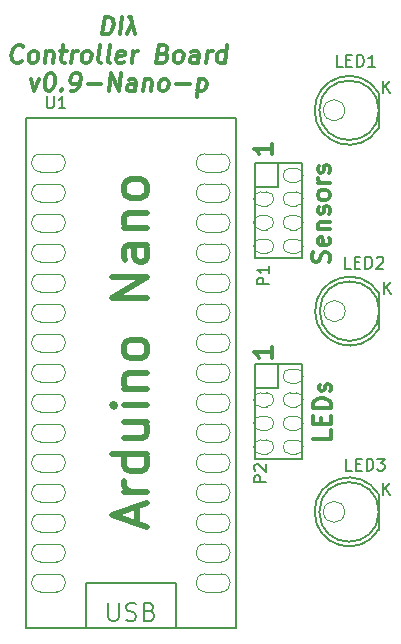
<source format=gto>
G04 #@! TF.FileFunction,Legend,Top*
%FSLAX46Y46*%
G04 Gerber Fmt 4.6, Leading zero omitted, Abs format (unit mm)*
G04 Created by KiCad (PCBNEW (2016-01-25 BZR 6514, Git a23e712)-product) date Tue 24 May 2016 06:15:30 PM CST*
%MOMM*%
G01*
G04 APERTURE LIST*
%ADD10C,0.100000*%
%ADD11C,0.300000*%
%ADD12C,0.150000*%
%ADD13C,0.500000*%
G04 APERTURE END LIST*
D10*
D11*
X26678571Y27178572D02*
X26678571Y26321429D01*
X26678571Y26750001D02*
X25178571Y26750001D01*
X25392857Y26607144D01*
X25535714Y26464286D01*
X25607143Y26321429D01*
X26678571Y44428572D02*
X26678571Y43571429D01*
X26678571Y44000001D02*
X25178571Y44000001D01*
X25392857Y43857144D01*
X25535714Y43714286D01*
X25607143Y43571429D01*
X31507143Y34392857D02*
X31578571Y34607143D01*
X31578571Y34964286D01*
X31507143Y35107143D01*
X31435714Y35178572D01*
X31292857Y35250000D01*
X31150000Y35250000D01*
X31007143Y35178572D01*
X30935714Y35107143D01*
X30864286Y34964286D01*
X30792857Y34678572D01*
X30721429Y34535714D01*
X30650000Y34464286D01*
X30507143Y34392857D01*
X30364286Y34392857D01*
X30221429Y34464286D01*
X30150000Y34535714D01*
X30078571Y34678572D01*
X30078571Y35035714D01*
X30150000Y35250000D01*
X31507143Y36464285D02*
X31578571Y36321428D01*
X31578571Y36035714D01*
X31507143Y35892857D01*
X31364286Y35821428D01*
X30792857Y35821428D01*
X30650000Y35892857D01*
X30578571Y36035714D01*
X30578571Y36321428D01*
X30650000Y36464285D01*
X30792857Y36535714D01*
X30935714Y36535714D01*
X31078571Y35821428D01*
X30578571Y37178571D02*
X31578571Y37178571D01*
X30721429Y37178571D02*
X30650000Y37249999D01*
X30578571Y37392857D01*
X30578571Y37607142D01*
X30650000Y37749999D01*
X30792857Y37821428D01*
X31578571Y37821428D01*
X31507143Y38464285D02*
X31578571Y38607142D01*
X31578571Y38892857D01*
X31507143Y39035714D01*
X31364286Y39107142D01*
X31292857Y39107142D01*
X31150000Y39035714D01*
X31078571Y38892857D01*
X31078571Y38678571D01*
X31007143Y38535714D01*
X30864286Y38464285D01*
X30792857Y38464285D01*
X30650000Y38535714D01*
X30578571Y38678571D01*
X30578571Y38892857D01*
X30650000Y39035714D01*
X31578571Y39964286D02*
X31507143Y39821428D01*
X31435714Y39750000D01*
X31292857Y39678571D01*
X30864286Y39678571D01*
X30721429Y39750000D01*
X30650000Y39821428D01*
X30578571Y39964286D01*
X30578571Y40178571D01*
X30650000Y40321428D01*
X30721429Y40392857D01*
X30864286Y40464286D01*
X31292857Y40464286D01*
X31435714Y40392857D01*
X31507143Y40321428D01*
X31578571Y40178571D01*
X31578571Y39964286D01*
X31578571Y41107143D02*
X30578571Y41107143D01*
X30864286Y41107143D02*
X30721429Y41178571D01*
X30650000Y41250000D01*
X30578571Y41392857D01*
X30578571Y41535714D01*
X31507143Y41964285D02*
X31578571Y42107142D01*
X31578571Y42392857D01*
X31507143Y42535714D01*
X31364286Y42607142D01*
X31292857Y42607142D01*
X31150000Y42535714D01*
X31078571Y42392857D01*
X31078571Y42178571D01*
X31007143Y42035714D01*
X30864286Y41964285D01*
X30792857Y41964285D01*
X30650000Y42035714D01*
X30578571Y42178571D01*
X30578571Y42392857D01*
X30650000Y42535714D01*
X31678571Y20178572D02*
X31678571Y19464286D01*
X30178571Y19464286D01*
X30892857Y20678572D02*
X30892857Y21178572D01*
X31678571Y21392858D02*
X31678571Y20678572D01*
X30178571Y20678572D01*
X30178571Y21392858D01*
X31678571Y22035715D02*
X30178571Y22035715D01*
X30178571Y22392858D01*
X30250000Y22607143D01*
X30392857Y22750001D01*
X30535714Y22821429D01*
X30821429Y22892858D01*
X31035714Y22892858D01*
X31321429Y22821429D01*
X31464286Y22750001D01*
X31607143Y22607143D01*
X31678571Y22392858D01*
X31678571Y22035715D01*
X31607143Y23464286D02*
X31678571Y23607143D01*
X31678571Y23892858D01*
X31607143Y24035715D01*
X31464286Y24107143D01*
X31392857Y24107143D01*
X31250000Y24035715D01*
X31178571Y23892858D01*
X31178571Y23678572D01*
X31107143Y23535715D01*
X30964286Y23464286D01*
X30892857Y23464286D01*
X30750000Y23535715D01*
X30678571Y23678572D01*
X30678571Y23892858D01*
X30750000Y24035715D01*
X12343751Y53671429D02*
X12531251Y55171429D01*
X12888394Y55171429D01*
X13093750Y55100000D01*
X13218751Y54957143D01*
X13272322Y54814286D01*
X13308036Y54528571D01*
X13281251Y54314286D01*
X13174107Y54028571D01*
X13084822Y53885714D01*
X12924107Y53742857D01*
X12700894Y53671429D01*
X12343751Y53671429D01*
X13843751Y53671429D02*
X14031251Y55171429D01*
X14897323Y54671429D02*
X14415180Y53671429D01*
X14602680Y55171429D02*
X14745537Y55171429D01*
X14808036Y55100000D01*
X14897323Y54671429D01*
X15129465Y53671429D01*
X5504466Y51414286D02*
X5424108Y51342857D01*
X5200894Y51271429D01*
X5058037Y51271429D01*
X4852680Y51342857D01*
X4727679Y51485714D01*
X4674108Y51628571D01*
X4638394Y51914286D01*
X4665179Y52128571D01*
X4772323Y52414286D01*
X4861608Y52557143D01*
X5022323Y52700000D01*
X5245537Y52771429D01*
X5388394Y52771429D01*
X5593751Y52700000D01*
X5656251Y52628571D01*
X6343752Y51271429D02*
X6209822Y51342857D01*
X6147323Y51414286D01*
X6093751Y51557143D01*
X6147322Y51985714D01*
X6236608Y52128571D01*
X6316965Y52200000D01*
X6468752Y52271429D01*
X6683037Y52271429D01*
X6816965Y52200000D01*
X6879465Y52128571D01*
X6933037Y51985714D01*
X6879466Y51557143D01*
X6790180Y51414286D01*
X6709822Y51342857D01*
X6558037Y51271429D01*
X6343752Y51271429D01*
X7611609Y52271429D02*
X7486609Y51271429D01*
X7593751Y52128571D02*
X7674108Y52200000D01*
X7825895Y52271429D01*
X8040180Y52271429D01*
X8174108Y52200000D01*
X8227680Y52057143D01*
X8129466Y51271429D01*
X8754466Y52271429D02*
X9325895Y52271429D01*
X9031252Y52771429D02*
X8870537Y51485714D01*
X8924108Y51342857D01*
X9058038Y51271429D01*
X9200895Y51271429D01*
X9700895Y51271429D02*
X9825895Y52271429D01*
X9790180Y51985714D02*
X9879465Y52128571D01*
X9959823Y52200000D01*
X10111609Y52271429D01*
X10254466Y52271429D01*
X10843752Y51271429D02*
X10709822Y51342857D01*
X10647323Y51414286D01*
X10593751Y51557143D01*
X10647322Y51985714D01*
X10736608Y52128571D01*
X10816965Y52200000D01*
X10968752Y52271429D01*
X11183037Y52271429D01*
X11316965Y52200000D01*
X11379465Y52128571D01*
X11433037Y51985714D01*
X11379466Y51557143D01*
X11290180Y51414286D01*
X11209822Y51342857D01*
X11058037Y51271429D01*
X10843752Y51271429D01*
X12200895Y51271429D02*
X12066965Y51342857D01*
X12013394Y51485714D01*
X12174109Y52771429D01*
X12986609Y51271429D02*
X12852679Y51342857D01*
X12799108Y51485714D01*
X12959823Y52771429D01*
X14138393Y51342857D02*
X13986608Y51271429D01*
X13700894Y51271429D01*
X13566965Y51342857D01*
X13513393Y51485714D01*
X13584822Y52057143D01*
X13674108Y52200000D01*
X13825894Y52271429D01*
X14111608Y52271429D01*
X14245536Y52200000D01*
X14299108Y52057143D01*
X14281251Y51914286D01*
X13549108Y51771429D01*
X14843751Y51271429D02*
X14968751Y52271429D01*
X14933036Y51985714D02*
X15022321Y52128571D01*
X15102679Y52200000D01*
X15254465Y52271429D01*
X15397322Y52271429D01*
X17513393Y52057143D02*
X17718750Y51985714D01*
X17781250Y51914286D01*
X17834822Y51771429D01*
X17808036Y51557143D01*
X17718750Y51414286D01*
X17638393Y51342857D01*
X17486607Y51271429D01*
X16915179Y51271429D01*
X17102679Y52771429D01*
X17602679Y52771429D01*
X17736607Y52700000D01*
X17799107Y52628571D01*
X17852678Y52485714D01*
X17834821Y52342857D01*
X17745536Y52200000D01*
X17665178Y52128571D01*
X17513393Y52057143D01*
X17013393Y52057143D01*
X18629465Y51271429D02*
X18495535Y51342857D01*
X18433036Y51414286D01*
X18379464Y51557143D01*
X18433035Y51985714D01*
X18522321Y52128571D01*
X18602678Y52200000D01*
X18754465Y52271429D01*
X18968750Y52271429D01*
X19102678Y52200000D01*
X19165178Y52128571D01*
X19218750Y51985714D01*
X19165179Y51557143D01*
X19075893Y51414286D01*
X18995535Y51342857D01*
X18843750Y51271429D01*
X18629465Y51271429D01*
X20415179Y51271429D02*
X20513393Y52057143D01*
X20459821Y52200000D01*
X20325893Y52271429D01*
X20040179Y52271429D01*
X19888393Y52200000D01*
X20424107Y51342857D02*
X20272322Y51271429D01*
X19915179Y51271429D01*
X19781250Y51342857D01*
X19727678Y51485714D01*
X19745535Y51628571D01*
X19834822Y51771429D01*
X19986607Y51842857D01*
X20343750Y51842857D01*
X20495536Y51914286D01*
X21129465Y51271429D02*
X21254465Y52271429D01*
X21218750Y51985714D02*
X21308035Y52128571D01*
X21388393Y52200000D01*
X21540179Y52271429D01*
X21683036Y52271429D01*
X22700893Y51271429D02*
X22888393Y52771429D01*
X22709821Y51342857D02*
X22558036Y51271429D01*
X22272322Y51271429D01*
X22138392Y51342857D01*
X22075893Y51414286D01*
X22022321Y51557143D01*
X22075892Y51985714D01*
X22165178Y52128571D01*
X22245535Y52200000D01*
X22397322Y52271429D01*
X22683036Y52271429D01*
X22816964Y52200000D01*
X6290179Y49871429D02*
X6522322Y48871429D01*
X7004464Y49871429D01*
X7924107Y50371429D02*
X8066964Y50371429D01*
X8200892Y50300000D01*
X8263392Y50228571D01*
X8316964Y50085714D01*
X8352678Y49800000D01*
X8308035Y49442857D01*
X8200893Y49157143D01*
X8111607Y49014286D01*
X8031249Y48942857D01*
X7879464Y48871429D01*
X7736607Y48871429D01*
X7602678Y48942857D01*
X7540178Y49014286D01*
X7486607Y49157143D01*
X7450892Y49442857D01*
X7495535Y49800000D01*
X7602678Y50085714D01*
X7691963Y50228571D01*
X7772321Y50300000D01*
X7924107Y50371429D01*
X8897321Y49014286D02*
X8959820Y48942857D01*
X8879464Y48871429D01*
X8816963Y48942857D01*
X8897321Y49014286D01*
X8879464Y48871429D01*
X9665178Y48871429D02*
X9950893Y48871429D01*
X10102678Y48942857D01*
X10183035Y49014286D01*
X10352678Y49228571D01*
X10459821Y49514286D01*
X10531249Y50085714D01*
X10477678Y50228571D01*
X10415178Y50300000D01*
X10281250Y50371429D01*
X9995536Y50371429D01*
X9843749Y50300000D01*
X9763392Y50228571D01*
X9674106Y50085714D01*
X9629463Y49728571D01*
X9683035Y49585714D01*
X9745535Y49514286D01*
X9879464Y49442857D01*
X10165178Y49442857D01*
X10316964Y49514286D01*
X10397321Y49585714D01*
X10486606Y49728571D01*
X11093749Y49442857D02*
X12236606Y49442857D01*
X12879464Y48871429D02*
X13066964Y50371429D01*
X13736607Y48871429D01*
X13924107Y50371429D01*
X15093750Y48871429D02*
X15191964Y49657143D01*
X15138392Y49800000D01*
X15004464Y49871429D01*
X14718750Y49871429D01*
X14566964Y49800000D01*
X15102678Y48942857D02*
X14950893Y48871429D01*
X14593750Y48871429D01*
X14459821Y48942857D01*
X14406249Y49085714D01*
X14424106Y49228571D01*
X14513393Y49371429D01*
X14665178Y49442857D01*
X15022321Y49442857D01*
X15174107Y49514286D01*
X15933036Y49871429D02*
X15808036Y48871429D01*
X15915178Y49728571D02*
X15995535Y49800000D01*
X16147322Y49871429D01*
X16361607Y49871429D01*
X16495535Y49800000D01*
X16549107Y49657143D01*
X16450893Y48871429D01*
X17379465Y48871429D02*
X17245535Y48942857D01*
X17183036Y49014286D01*
X17129464Y49157143D01*
X17183035Y49585714D01*
X17272321Y49728571D01*
X17352678Y49800000D01*
X17504465Y49871429D01*
X17718750Y49871429D01*
X17852678Y49800000D01*
X17915178Y49728571D01*
X17968750Y49585714D01*
X17915179Y49157143D01*
X17825893Y49014286D01*
X17745535Y48942857D01*
X17593750Y48871429D01*
X17379465Y48871429D01*
X18593750Y49442857D02*
X19736607Y49442857D01*
X20504465Y49871429D02*
X20316965Y48371429D01*
X20495536Y49800000D02*
X20647322Y49871429D01*
X20933036Y49871429D01*
X21066964Y49800000D01*
X21129464Y49728571D01*
X21183036Y49585714D01*
X21129465Y49157143D01*
X21040179Y49014286D01*
X20959821Y48942857D01*
X20808036Y48871429D01*
X20522322Y48871429D01*
X20388393Y48942857D01*
D12*
X10940000Y3440000D02*
X10940000Y7250000D01*
X10940000Y7250000D02*
X18560000Y7250000D01*
X18560000Y7250000D02*
X18560000Y3440000D01*
X5860000Y46620000D02*
X23640000Y46620000D01*
X23640000Y46620000D02*
X23640000Y3440000D01*
X23640000Y3440000D02*
X5860000Y3440000D01*
X5860000Y3440000D02*
X5860000Y46620000D01*
X35714888Y48774904D02*
G75*
G03X35730000Y45750000I-2484888J-1524904D01*
G01*
X35730000Y48750000D02*
X35730000Y45750000D01*
X35747936Y47250000D02*
G75*
G03X35747936Y47250000I-2517936J0D01*
G01*
X35754888Y31774904D02*
G75*
G03X35770000Y28750000I-2484888J-1524904D01*
G01*
X35770000Y31750000D02*
X35770000Y28750000D01*
X35787936Y30250000D02*
G75*
G03X35787936Y30250000I-2517936J0D01*
G01*
X35714888Y14774904D02*
G75*
G03X35730000Y11750000I-2484888J-1524904D01*
G01*
X35730000Y14750000D02*
X35730000Y11750000D01*
X35747936Y13250000D02*
G75*
G03X35747936Y13250000I-2517936J0D01*
G01*
X27250000Y42750000D02*
X27250000Y40750000D01*
X29250000Y34750000D02*
X25250000Y34750000D01*
X25250000Y34750000D02*
X25250000Y42750000D01*
X29250000Y42750000D02*
X29250000Y34750000D01*
X25250000Y42750000D02*
X29250000Y42750000D01*
X27250000Y40750000D02*
X25250000Y40750000D01*
X27250000Y25750000D02*
X27250000Y23750000D01*
X29250000Y17750000D02*
X25250000Y17750000D01*
X25250000Y17750000D02*
X25250000Y25750000D01*
X29250000Y25750000D02*
X29250000Y17750000D01*
X25250000Y25750000D02*
X29250000Y25750000D01*
X27250000Y23750000D02*
X25250000Y23750000D01*
D10*
X7080000Y42060000D02*
X8480000Y42060000D01*
X7080000Y43560000D02*
X8480000Y43560000D01*
X8480000Y42060000D02*
G75*
G03X8480000Y43560000I0J750000D01*
G01*
X7080000Y43560000D02*
G75*
G03X7080000Y42060000I0J-750000D01*
G01*
X7080000Y39520000D02*
X8480000Y39520000D01*
X7080000Y41020000D02*
X8480000Y41020000D01*
X8480000Y39520000D02*
G75*
G03X8480000Y41020000I0J750000D01*
G01*
X7080000Y41020000D02*
G75*
G03X7080000Y39520000I0J-750000D01*
G01*
X7080000Y36980000D02*
X8480000Y36980000D01*
X7080000Y38480000D02*
X8480000Y38480000D01*
X8480000Y36980000D02*
G75*
G03X8480000Y38480000I0J750000D01*
G01*
X7080000Y38480000D02*
G75*
G03X7080000Y36980000I0J-750000D01*
G01*
X7080000Y34440000D02*
X8480000Y34440000D01*
X7080000Y35940000D02*
X8480000Y35940000D01*
X8480000Y34440000D02*
G75*
G03X8480000Y35940000I0J750000D01*
G01*
X7080000Y35940000D02*
G75*
G03X7080000Y34440000I0J-750000D01*
G01*
X7080000Y31900000D02*
X8480000Y31900000D01*
X7080000Y33400000D02*
X8480000Y33400000D01*
X8480000Y31900000D02*
G75*
G03X8480000Y33400000I0J750000D01*
G01*
X7080000Y33400000D02*
G75*
G03X7080000Y31900000I0J-750000D01*
G01*
X7080000Y29360000D02*
X8480000Y29360000D01*
X7080000Y30860000D02*
X8480000Y30860000D01*
X8480000Y29360000D02*
G75*
G03X8480000Y30860000I0J750000D01*
G01*
X7080000Y30860000D02*
G75*
G03X7080000Y29360000I0J-750000D01*
G01*
X7080000Y26820000D02*
X8480000Y26820000D01*
X7080000Y28320000D02*
X8480000Y28320000D01*
X8480000Y26820000D02*
G75*
G03X8480000Y28320000I0J750000D01*
G01*
X7080000Y28320000D02*
G75*
G03X7080000Y26820000I0J-750000D01*
G01*
X7080000Y24280000D02*
X8480000Y24280000D01*
X7080000Y25780000D02*
X8480000Y25780000D01*
X8480000Y24280000D02*
G75*
G03X8480000Y25780000I0J750000D01*
G01*
X7080000Y25780000D02*
G75*
G03X7080000Y24280000I0J-750000D01*
G01*
X7080000Y21740000D02*
X8480000Y21740000D01*
X7080000Y23240000D02*
X8480000Y23240000D01*
X8480000Y21740000D02*
G75*
G03X8480000Y23240000I0J750000D01*
G01*
X7080000Y23240000D02*
G75*
G03X7080000Y21740000I0J-750000D01*
G01*
X7080000Y19200000D02*
X8480000Y19200000D01*
X7080000Y20700000D02*
X8480000Y20700000D01*
X8480000Y19200000D02*
G75*
G03X8480000Y20700000I0J750000D01*
G01*
X7080000Y20700000D02*
G75*
G03X7080000Y19200000I0J-750000D01*
G01*
X7080000Y16660000D02*
X8480000Y16660000D01*
X7080000Y18160000D02*
X8480000Y18160000D01*
X8480000Y16660000D02*
G75*
G03X8480000Y18160000I0J750000D01*
G01*
X7080000Y18160000D02*
G75*
G03X7080000Y16660000I0J-750000D01*
G01*
X7080000Y14120000D02*
X8480000Y14120000D01*
X7080000Y15620000D02*
X8480000Y15620000D01*
X8480000Y14120000D02*
G75*
G03X8480000Y15620000I0J750000D01*
G01*
X7080000Y15620000D02*
G75*
G03X7080000Y14120000I0J-750000D01*
G01*
X7080000Y11580000D02*
X8480000Y11580000D01*
X7080000Y13080000D02*
X8480000Y13080000D01*
X8480000Y11580000D02*
G75*
G03X8480000Y13080000I0J750000D01*
G01*
X7080000Y13080000D02*
G75*
G03X7080000Y11580000I0J-750000D01*
G01*
X7080000Y9040000D02*
X8480000Y9040000D01*
X7080000Y10540000D02*
X8480000Y10540000D01*
X8480000Y9040000D02*
G75*
G03X8480000Y10540000I0J750000D01*
G01*
X7080000Y10540000D02*
G75*
G03X7080000Y9040000I0J-750000D01*
G01*
X7080000Y6500000D02*
X8480000Y6500000D01*
X7080000Y8000000D02*
X8480000Y8000000D01*
X8480000Y6500000D02*
G75*
G03X8480000Y8000000I0J750000D01*
G01*
X7080000Y8000000D02*
G75*
G03X7080000Y6500000I0J-750000D01*
G01*
X21020000Y6500000D02*
X22420000Y6500000D01*
X21020000Y8000000D02*
X22420000Y8000000D01*
X22420000Y6500000D02*
G75*
G03X22420000Y8000000I0J750000D01*
G01*
X21020000Y8000000D02*
G75*
G03X21020000Y6500000I0J-750000D01*
G01*
X21020000Y9040000D02*
X22420000Y9040000D01*
X21020000Y10540000D02*
X22420000Y10540000D01*
X22420000Y9040000D02*
G75*
G03X22420000Y10540000I0J750000D01*
G01*
X21020000Y10540000D02*
G75*
G03X21020000Y9040000I0J-750000D01*
G01*
X21020000Y11580000D02*
X22420000Y11580000D01*
X21020000Y13080000D02*
X22420000Y13080000D01*
X22420000Y11580000D02*
G75*
G03X22420000Y13080000I0J750000D01*
G01*
X21020000Y13080000D02*
G75*
G03X21020000Y11580000I0J-750000D01*
G01*
X21020000Y14120000D02*
X22420000Y14120000D01*
X21020000Y15620000D02*
X22420000Y15620000D01*
X22420000Y14120000D02*
G75*
G03X22420000Y15620000I0J750000D01*
G01*
X21020000Y15620000D02*
G75*
G03X21020000Y14120000I0J-750000D01*
G01*
X21020000Y16660000D02*
X22420000Y16660000D01*
X21020000Y18160000D02*
X22420000Y18160000D01*
X22420000Y16660000D02*
G75*
G03X22420000Y18160000I0J750000D01*
G01*
X21020000Y18160000D02*
G75*
G03X21020000Y16660000I0J-750000D01*
G01*
X21020000Y19200000D02*
X22420000Y19200000D01*
X21020000Y20700000D02*
X22420000Y20700000D01*
X22420000Y19200000D02*
G75*
G03X22420000Y20700000I0J750000D01*
G01*
X21020000Y20700000D02*
G75*
G03X21020000Y19200000I0J-750000D01*
G01*
X21020000Y21740000D02*
X22420000Y21740000D01*
X21020000Y23240000D02*
X22420000Y23240000D01*
X22420000Y21740000D02*
G75*
G03X22420000Y23240000I0J750000D01*
G01*
X21020000Y23240000D02*
G75*
G03X21020000Y21740000I0J-750000D01*
G01*
X21020000Y24280000D02*
X22420000Y24280000D01*
X21020000Y25780000D02*
X22420000Y25780000D01*
X22420000Y24280000D02*
G75*
G03X22420000Y25780000I0J750000D01*
G01*
X21020000Y25780000D02*
G75*
G03X21020000Y24280000I0J-750000D01*
G01*
X21020000Y26820000D02*
X22420000Y26820000D01*
X21020000Y28320000D02*
X22420000Y28320000D01*
X22420000Y26820000D02*
G75*
G03X22420000Y28320000I0J750000D01*
G01*
X21020000Y28320000D02*
G75*
G03X21020000Y26820000I0J-750000D01*
G01*
X21020000Y29360000D02*
X22420000Y29360000D01*
X21020000Y30860000D02*
X22420000Y30860000D01*
X22420000Y29360000D02*
G75*
G03X22420000Y30860000I0J750000D01*
G01*
X21020000Y30860000D02*
G75*
G03X21020000Y29360000I0J-750000D01*
G01*
X21020000Y31900000D02*
X22420000Y31900000D01*
X21020000Y33400000D02*
X22420000Y33400000D01*
X22420000Y31900000D02*
G75*
G03X22420000Y33400000I0J750000D01*
G01*
X21020000Y33400000D02*
G75*
G03X21020000Y31900000I0J-750000D01*
G01*
X21020000Y34440000D02*
X22420000Y34440000D01*
X21020000Y35940000D02*
X22420000Y35940000D01*
X22420000Y34440000D02*
G75*
G03X22420000Y35940000I0J750000D01*
G01*
X21020000Y35940000D02*
G75*
G03X21020000Y34440000I0J-750000D01*
G01*
X21020000Y36980000D02*
X22420000Y36980000D01*
X21020000Y38480000D02*
X22420000Y38480000D01*
X22420000Y36980000D02*
G75*
G03X22420000Y38480000I0J750000D01*
G01*
X21020000Y38480000D02*
G75*
G03X21020000Y36980000I0J-750000D01*
G01*
X21020000Y39520000D02*
X22420000Y39520000D01*
X21020000Y41020000D02*
X22420000Y41020000D01*
X22420000Y39520000D02*
G75*
G03X22420000Y41020000I0J750000D01*
G01*
X21020000Y41020000D02*
G75*
G03X21020000Y39520000I0J-750000D01*
G01*
X21020000Y42060000D02*
X22420000Y42060000D01*
X21020000Y43560000D02*
X22420000Y43560000D01*
X22420000Y42060000D02*
G75*
G03X22420000Y43560000I0J750000D01*
G01*
X21020000Y43560000D02*
G75*
G03X21020000Y42060000I0J-750000D01*
G01*
X32860000Y47250000D02*
G75*
G03X32860000Y47250000I-900000J0D01*
G01*
X32900000Y30250000D02*
G75*
G03X32900000Y30250000I-900000J0D01*
G01*
X32860000Y13250000D02*
G75*
G03X32860000Y13250000I-900000J0D01*
G01*
X28750000Y42350000D02*
X28250000Y42350000D01*
X28750000Y41150000D02*
X28250000Y41150000D01*
X28250000Y42350000D02*
G75*
G03X28250000Y41150000I0J-600000D01*
G01*
X28750000Y41150000D02*
G75*
G03X28750000Y42350000I0J600000D01*
G01*
X26250000Y40350000D02*
X25750000Y40350000D01*
X26250000Y39150000D02*
X25750000Y39150000D01*
X25750000Y40350000D02*
G75*
G03X25750000Y39150000I0J-600000D01*
G01*
X26250000Y39150000D02*
G75*
G03X26250000Y40350000I0J600000D01*
G01*
X28750000Y40350000D02*
X28250000Y40350000D01*
X28750000Y39150000D02*
X28250000Y39150000D01*
X28250000Y40350000D02*
G75*
G03X28250000Y39150000I0J-600000D01*
G01*
X28750000Y39150000D02*
G75*
G03X28750000Y40350000I0J600000D01*
G01*
X26250000Y38350000D02*
X25750000Y38350000D01*
X26250000Y37150000D02*
X25750000Y37150000D01*
X25750000Y38350000D02*
G75*
G03X25750000Y37150000I0J-600000D01*
G01*
X26250000Y37150000D02*
G75*
G03X26250000Y38350000I0J600000D01*
G01*
X28750000Y38350000D02*
X28250000Y38350000D01*
X28750000Y37150000D02*
X28250000Y37150000D01*
X28250000Y38350000D02*
G75*
G03X28250000Y37150000I0J-600000D01*
G01*
X28750000Y37150000D02*
G75*
G03X28750000Y38350000I0J600000D01*
G01*
X26250000Y36350000D02*
X25750000Y36350000D01*
X26250000Y35150000D02*
X25750000Y35150000D01*
X25750000Y36350000D02*
G75*
G03X25750000Y35150000I0J-600000D01*
G01*
X26250000Y35150000D02*
G75*
G03X26250000Y36350000I0J600000D01*
G01*
X28750000Y36350000D02*
X28250000Y36350000D01*
X28750000Y35150000D02*
X28250000Y35150000D01*
X28250000Y36350000D02*
G75*
G03X28250000Y35150000I0J-600000D01*
G01*
X28750000Y35150000D02*
G75*
G03X28750000Y36350000I0J600000D01*
G01*
X28750000Y25350000D02*
X28250000Y25350000D01*
X28750000Y24150000D02*
X28250000Y24150000D01*
X28250000Y25350000D02*
G75*
G03X28250000Y24150000I0J-600000D01*
G01*
X28750000Y24150000D02*
G75*
G03X28750000Y25350000I0J600000D01*
G01*
X26250000Y23350000D02*
X25750000Y23350000D01*
X26250000Y22150000D02*
X25750000Y22150000D01*
X25750000Y23350000D02*
G75*
G03X25750000Y22150000I0J-600000D01*
G01*
X26250000Y22150000D02*
G75*
G03X26250000Y23350000I0J600000D01*
G01*
X28750000Y23350000D02*
X28250000Y23350000D01*
X28750000Y22150000D02*
X28250000Y22150000D01*
X28250000Y23350000D02*
G75*
G03X28250000Y22150000I0J-600000D01*
G01*
X28750000Y22150000D02*
G75*
G03X28750000Y23350000I0J600000D01*
G01*
X26250000Y21350000D02*
X25750000Y21350000D01*
X26250000Y20150000D02*
X25750000Y20150000D01*
X25750000Y21350000D02*
G75*
G03X25750000Y20150000I0J-600000D01*
G01*
X26250000Y20150000D02*
G75*
G03X26250000Y21350000I0J600000D01*
G01*
X28750000Y21350000D02*
X28250000Y21350000D01*
X28750000Y20150000D02*
X28250000Y20150000D01*
X28250000Y21350000D02*
G75*
G03X28250000Y20150000I0J-600000D01*
G01*
X28750000Y20150000D02*
G75*
G03X28750000Y21350000I0J600000D01*
G01*
X26250000Y19350000D02*
X25750000Y19350000D01*
X26250000Y18150000D02*
X25750000Y18150000D01*
X25750000Y19350000D02*
G75*
G03X25750000Y18150000I0J-600000D01*
G01*
X26250000Y18150000D02*
G75*
G03X26250000Y19350000I0J600000D01*
G01*
X28750000Y19350000D02*
X28250000Y19350000D01*
X28750000Y18150000D02*
X28250000Y18150000D01*
X28250000Y19350000D02*
G75*
G03X28250000Y18150000I0J-600000D01*
G01*
X28750000Y18150000D02*
G75*
G03X28750000Y19350000I0J600000D01*
G01*
D12*
X7638095Y48437619D02*
X7638095Y47628095D01*
X7685714Y47532857D01*
X7733333Y47485238D01*
X7828571Y47437619D01*
X8019048Y47437619D01*
X8114286Y47485238D01*
X8161905Y47532857D01*
X8209524Y47628095D01*
X8209524Y48437619D01*
X9209524Y47437619D02*
X8638095Y47437619D01*
X8923809Y47437619D02*
X8923809Y48437619D01*
X8828571Y48294762D01*
X8733333Y48199524D01*
X8638095Y48151905D01*
D13*
X15300000Y12258571D02*
X15300000Y13687142D01*
X16157143Y11972856D02*
X13157143Y12972856D01*
X16157143Y13972856D01*
X16157143Y14972857D02*
X14157143Y14972857D01*
X14728571Y14972857D02*
X14442857Y15115714D01*
X14300000Y15258571D01*
X14157143Y15544285D01*
X14157143Y15830000D01*
X16157143Y18115714D02*
X13157143Y18115714D01*
X16014286Y18115714D02*
X16157143Y17830000D01*
X16157143Y17258571D01*
X16014286Y16972857D01*
X15871429Y16830000D01*
X15585714Y16687143D01*
X14728571Y16687143D01*
X14442857Y16830000D01*
X14300000Y16972857D01*
X14157143Y17258571D01*
X14157143Y17830000D01*
X14300000Y18115714D01*
X14157143Y20830000D02*
X16157143Y20830000D01*
X14157143Y19544286D02*
X15728571Y19544286D01*
X16014286Y19687143D01*
X16157143Y19972857D01*
X16157143Y20401429D01*
X16014286Y20687143D01*
X15871429Y20830000D01*
X16157143Y22258572D02*
X14157143Y22258572D01*
X13157143Y22258572D02*
X13300000Y22115715D01*
X13442857Y22258572D01*
X13300000Y22401429D01*
X13157143Y22258572D01*
X13442857Y22258572D01*
X14157143Y23687143D02*
X16157143Y23687143D01*
X14442857Y23687143D02*
X14300000Y23830000D01*
X14157143Y24115714D01*
X14157143Y24544286D01*
X14300000Y24830000D01*
X14585714Y24972857D01*
X16157143Y24972857D01*
X16157143Y26830000D02*
X16014286Y26544286D01*
X15871429Y26401429D01*
X15585714Y26258572D01*
X14728571Y26258572D01*
X14442857Y26401429D01*
X14300000Y26544286D01*
X14157143Y26830000D01*
X14157143Y27258572D01*
X14300000Y27544286D01*
X14442857Y27687143D01*
X14728571Y27830000D01*
X15585714Y27830000D01*
X15871429Y27687143D01*
X16014286Y27544286D01*
X16157143Y27258572D01*
X16157143Y26830000D01*
X16157143Y31401429D02*
X13157143Y31401429D01*
X16157143Y33115714D01*
X13157143Y33115714D01*
X16157143Y35830000D02*
X14585714Y35830000D01*
X14300000Y35687143D01*
X14157143Y35401429D01*
X14157143Y34830000D01*
X14300000Y34544286D01*
X16014286Y35830000D02*
X16157143Y35544286D01*
X16157143Y34830000D01*
X16014286Y34544286D01*
X15728571Y34401429D01*
X15442857Y34401429D01*
X15157143Y34544286D01*
X15014286Y34830000D01*
X15014286Y35544286D01*
X14871429Y35830000D01*
X14157143Y37258572D02*
X16157143Y37258572D01*
X14442857Y37258572D02*
X14300000Y37401429D01*
X14157143Y37687143D01*
X14157143Y38115715D01*
X14300000Y38401429D01*
X14585714Y38544286D01*
X16157143Y38544286D01*
X16157143Y40401429D02*
X16014286Y40115715D01*
X15871429Y39972858D01*
X15585714Y39830001D01*
X14728571Y39830001D01*
X14442857Y39972858D01*
X14300000Y40115715D01*
X14157143Y40401429D01*
X14157143Y40830001D01*
X14300000Y41115715D01*
X14442857Y41258572D01*
X14728571Y41401429D01*
X15585714Y41401429D01*
X15871429Y41258572D01*
X16014286Y41115715D01*
X16157143Y40830001D01*
X16157143Y40401429D01*
D12*
X12857143Y5531429D02*
X12857143Y4317143D01*
X12928571Y4174286D01*
X13000000Y4102857D01*
X13142857Y4031429D01*
X13428571Y4031429D01*
X13571429Y4102857D01*
X13642857Y4174286D01*
X13714286Y4317143D01*
X13714286Y5531429D01*
X14357143Y4102857D02*
X14571429Y4031429D01*
X14928572Y4031429D01*
X15071429Y4102857D01*
X15142858Y4174286D01*
X15214286Y4317143D01*
X15214286Y4460000D01*
X15142858Y4602857D01*
X15071429Y4674286D01*
X14928572Y4745714D01*
X14642858Y4817143D01*
X14500000Y4888571D01*
X14428572Y4960000D01*
X14357143Y5102857D01*
X14357143Y5245714D01*
X14428572Y5388571D01*
X14500000Y5460000D01*
X14642858Y5531429D01*
X15000000Y5531429D01*
X15214286Y5460000D01*
X16357143Y4817143D02*
X16571429Y4745714D01*
X16642857Y4674286D01*
X16714286Y4531429D01*
X16714286Y4317143D01*
X16642857Y4174286D01*
X16571429Y4102857D01*
X16428571Y4031429D01*
X15857143Y4031429D01*
X15857143Y5531429D01*
X16357143Y5531429D01*
X16500000Y5460000D01*
X16571429Y5388571D01*
X16642857Y5245714D01*
X16642857Y5102857D01*
X16571429Y4960000D01*
X16500000Y4888571D01*
X16357143Y4817143D01*
X15857143Y4817143D01*
X32680953Y50947619D02*
X32204762Y50947619D01*
X32204762Y51947619D01*
X33014286Y51471429D02*
X33347620Y51471429D01*
X33490477Y50947619D02*
X33014286Y50947619D01*
X33014286Y51947619D01*
X33490477Y51947619D01*
X33919048Y50947619D02*
X33919048Y51947619D01*
X34157143Y51947619D01*
X34300001Y51900000D01*
X34395239Y51804762D01*
X34442858Y51709524D01*
X34490477Y51519048D01*
X34490477Y51376190D01*
X34442858Y51185714D01*
X34395239Y51090476D01*
X34300001Y50995238D01*
X34157143Y50947619D01*
X33919048Y50947619D01*
X35442858Y50947619D02*
X34871429Y50947619D01*
X35157143Y50947619D02*
X35157143Y51947619D01*
X35061905Y51804762D01*
X34966667Y51709524D01*
X34871429Y51661905D01*
X36143095Y48702619D02*
X36143095Y49702619D01*
X36714524Y48702619D02*
X36285952Y49274048D01*
X36714524Y49702619D02*
X36143095Y49131190D01*
X33380953Y33847619D02*
X32904762Y33847619D01*
X32904762Y34847619D01*
X33714286Y34371429D02*
X34047620Y34371429D01*
X34190477Y33847619D02*
X33714286Y33847619D01*
X33714286Y34847619D01*
X34190477Y34847619D01*
X34619048Y33847619D02*
X34619048Y34847619D01*
X34857143Y34847619D01*
X35000001Y34800000D01*
X35095239Y34704762D01*
X35142858Y34609524D01*
X35190477Y34419048D01*
X35190477Y34276190D01*
X35142858Y34085714D01*
X35095239Y33990476D01*
X35000001Y33895238D01*
X34857143Y33847619D01*
X34619048Y33847619D01*
X35571429Y34752381D02*
X35619048Y34800000D01*
X35714286Y34847619D01*
X35952382Y34847619D01*
X36047620Y34800000D01*
X36095239Y34752381D01*
X36142858Y34657143D01*
X36142858Y34561905D01*
X36095239Y34419048D01*
X35523810Y33847619D01*
X36142858Y33847619D01*
X36183095Y31702619D02*
X36183095Y32702619D01*
X36754524Y31702619D02*
X36325952Y32274048D01*
X36754524Y32702619D02*
X36183095Y32131190D01*
X33480953Y16747619D02*
X33004762Y16747619D01*
X33004762Y17747619D01*
X33814286Y17271429D02*
X34147620Y17271429D01*
X34290477Y16747619D02*
X33814286Y16747619D01*
X33814286Y17747619D01*
X34290477Y17747619D01*
X34719048Y16747619D02*
X34719048Y17747619D01*
X34957143Y17747619D01*
X35100001Y17700000D01*
X35195239Y17604762D01*
X35242858Y17509524D01*
X35290477Y17319048D01*
X35290477Y17176190D01*
X35242858Y16985714D01*
X35195239Y16890476D01*
X35100001Y16795238D01*
X34957143Y16747619D01*
X34719048Y16747619D01*
X35623810Y17747619D02*
X36242858Y17747619D01*
X35909524Y17366667D01*
X36052382Y17366667D01*
X36147620Y17319048D01*
X36195239Y17271429D01*
X36242858Y17176190D01*
X36242858Y16938095D01*
X36195239Y16842857D01*
X36147620Y16795238D01*
X36052382Y16747619D01*
X35766667Y16747619D01*
X35671429Y16795238D01*
X35623810Y16842857D01*
X36143095Y14702619D02*
X36143095Y15702619D01*
X36714524Y14702619D02*
X36285952Y15274048D01*
X36714524Y15702619D02*
X36143095Y15131190D01*
X26452381Y32511905D02*
X25452381Y32511905D01*
X25452381Y32892858D01*
X25500000Y32988096D01*
X25547619Y33035715D01*
X25642857Y33083334D01*
X25785714Y33083334D01*
X25880952Y33035715D01*
X25928571Y32988096D01*
X25976190Y32892858D01*
X25976190Y32511905D01*
X26452381Y34035715D02*
X26452381Y33464286D01*
X26452381Y33750000D02*
X25452381Y33750000D01*
X25595238Y33654762D01*
X25690476Y33559524D01*
X25738095Y33464286D01*
X26202381Y15761905D02*
X25202381Y15761905D01*
X25202381Y16142858D01*
X25250000Y16238096D01*
X25297619Y16285715D01*
X25392857Y16333334D01*
X25535714Y16333334D01*
X25630952Y16285715D01*
X25678571Y16238096D01*
X25726190Y16142858D01*
X25726190Y15761905D01*
X25297619Y16714286D02*
X25250000Y16761905D01*
X25202381Y16857143D01*
X25202381Y17095239D01*
X25250000Y17190477D01*
X25297619Y17238096D01*
X25392857Y17285715D01*
X25488095Y17285715D01*
X25630952Y17238096D01*
X26202381Y16666667D01*
X26202381Y17285715D01*
M02*

</source>
